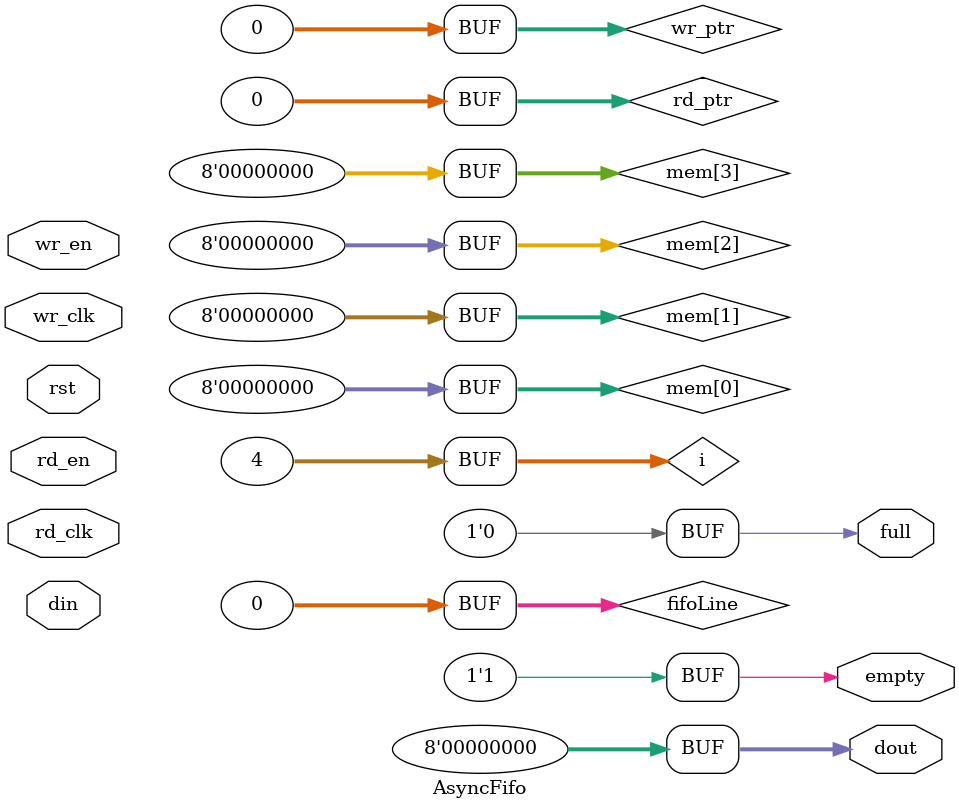
<source format=v>
`timescale 1ns / 1ps

module AsyncFifo(
    input [7:0] din,
    input wr_en,rd_en,rst,wr_clk, rd_clk,
    output reg full, empty,
    output reg [7:0] dout);
    parameter data_width = 8, fifo_depth=4;
    integer rd_ptr,wr_ptr,fifoLine;
    reg [data_width-1:0] mem [fifo_depth-1:0];
    integer i=0;
    
    // Reset
    always @(rst) begin
        rd_ptr <= 0;
        wr_ptr <= 0;
        full <= 0;
        empty <= 1;
        fifoLine<=0;
        dout <= 8'h00;
        for (i=0;i<fifo_depth;i=i+1) begin
            mem[i] <= 8'h00;
            end
        end
        
        
    // Write data
    always @(posedge wr_clk) begin
        if (wr_en & ~full) begin
            mem[wr_ptr]<=din;
            fifoLine<= fifoLine+1;
            empty<=0;
            if (wr_ptr == fifo_depth-1) wr_ptr<=0;
            else wr_ptr<= wr_ptr+1;   
            end
        end
    
    // Read data
    always @(posedge rd_clk) begin
        if (rd_en & ~empty) begin
            dout<=mem[rd_ptr];
            if (rd_ptr == fifo_depth-1) rd_ptr<=0;
            else rd_ptr<= rd_ptr+1;   
            fifoLine<= fifoLine-1;
            full<=0;
            end
        end
    
    // full and empty flag
    always @(fifoLine) begin
        if (fifoLine == fifo_depth) full<=1;
        else if (fifoLine == 0) empty<=1;
        end
endmodule

</source>
